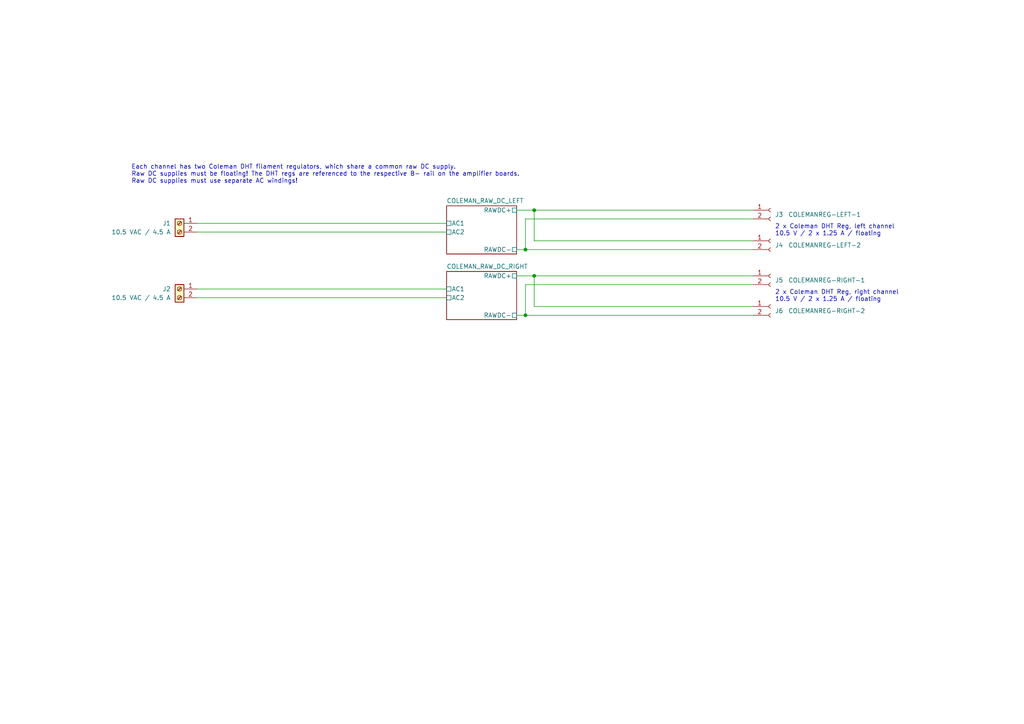
<source format=kicad_sch>
(kicad_sch (version 20231120) (generator "eeschema") (generator_version "8.0")
  (paper "A4")
  (lib_symbols
    (symbol "Connector:Conn_01x02_Socket" (pin_names (offset 1.016) hide)
      (property "Reference" "J" (at 0 2.54 0))
      (property "Value" "Conn_01x02_Socket" (at 0 -5.08 0))
      (symbol "Conn_01x02_Socket_1_1"
        (arc (start 0 -2.032) (mid -0.5058 -2.54) (end 0 -3.048) (stroke (width 0.1524)))
        (polyline (pts (xy -1.27 -2.54) (xy -0.508 -2.54)) (stroke (width 0.1524)))
        (polyline (pts (xy -1.27 0) (xy -0.508 0)) (stroke (width 0.1524)))
        (arc (start 0 0.508) (mid -0.5058 0) (end 0 -0.508) (stroke (width 0.1524)))
        (pin passive line (at -5.08 0 0) (length 3.81) (name "Pin_1") (number "1"))
        (pin passive line (at -5.08 -2.54 0) (length 3.81) (name "Pin_2") (number "2"))
      )
    )
    (symbol "Connector:Screw_Terminal_01x02" (pin_names (offset 1.016) hide)
      (property "Reference" "J" (at 0 2.54 0))
      (property "Value" "Screw_Terminal_01x02" (at 0 -5.08 0))
      (symbol "Screw_Terminal_01x02_1_1"
        (rectangle (start -1.27 1.27) (end 1.27 -3.81) (stroke (width 0.254)) (fill (type background)))
        (circle (center 0 -2.54) (radius 0.635) (stroke (width 0.1524)))
        (polyline (pts (xy -0.5334 -2.2098) (xy 0.3302 -3.048)) (stroke (width 0.1524)))
        (polyline (pts (xy -0.5334 0.3302) (xy 0.3302 -0.508)) (stroke (width 0.1524)))
        (polyline (pts (xy -0.3556 -2.032) (xy 0.508 -2.8702)) (stroke (width 0.1524)))
        (polyline (pts (xy -0.3556 0.508) (xy 0.508 -0.3302)) (stroke (width 0.1524)))
        (circle (center 0 0) (radius 0.635) (stroke (width 0.1524)))
        (pin passive line (at -5.08 0 0) (length 3.81) (name "Pin_1") (number "1"))
        (pin passive line (at -5.08 -2.54 0) (length 3.81) (name "Pin_2") (number "2"))
      )
    )
  )
  (junction (at 154.94 60.96))
  (junction (at 152.4 91.44))
  (junction (at 152.4 72.39))
  (junction (at 154.94 80.01))
  (wire (pts (xy 154.94 60.96) (xy 154.94 69.85)))
  (wire (pts (xy 57.15 64.77) (xy 129.54 64.77)))
  (wire (pts (xy 218.44 69.85) (xy 154.94 69.85)))
  (wire (pts (xy 152.4 72.39) (xy 218.44 72.39)))
  (wire (pts (xy 57.15 67.31) (xy 129.54 67.31)))
  (wire (pts (xy 152.4 63.5) (xy 152.4 72.39)))
  (wire (pts (xy 154.94 80.01) (xy 154.94 88.9)))
  (wire (pts (xy 149.86 60.96) (xy 154.94 60.96)))
  (wire (pts (xy 218.44 88.9) (xy 154.94 88.9)))
  (wire (pts (xy 149.86 72.39) (xy 152.4 72.39)))
  (wire (pts (xy 218.44 82.55) (xy 152.4 82.55)))
  (wire (pts (xy 218.44 63.5) (xy 152.4 63.5)))
  (wire (pts (xy 57.15 86.36) (xy 129.54 86.36)))
  (wire (pts (xy 149.86 80.01) (xy 154.94 80.01)))
  (wire (pts (xy 149.86 91.44) (xy 152.4 91.44)))
  (wire (pts (xy 152.4 82.55) (xy 152.4 91.44)))
  (wire (pts (xy 154.94 60.96) (xy 218.44 60.96)))
  (wire (pts (xy 57.15 83.82) (xy 129.54 83.82)))
  (wire (pts (xy 154.94 80.01) (xy 218.44 80.01)))
  (wire (pts (xy 152.4 91.44) (xy 218.44 91.44)))
  (text "2 x Coleman DHT Reg, left channel\n10.5 V / 2 x 1.25 A / floating" (at 224.79 68.58 0) (effects (font (size 1.27 1.27)) (justify left bottom)))
  (text "Each channel has two Coleman DHT filament regulators, which share a common raw DC supply.\nRaw DC supplies must be floating! The DHT regs are referenced to the respective B- rail on the amplifier boards.\nRaw DC supplies must use separate AC windings!" (at 38.1 53.34 0) (effects (font (size 1.27 1.27)) (justify left bottom)))
  (text "2 x Coleman DHT Reg, right channel\n10.5 V / 2 x 1.25 A / floating" (at 224.79 87.63 0) (effects (font (size 1.27 1.27)) (justify left bottom)))
  (symbol (lib_id "Connector:Conn_01x02_Socket") (at 223.52 88.9 0) (unit 1)
    (property "Reference" "J6" (at 224.79 90.17 0) (effects (justify left)))
    (property "Value" "COLEMANREG-RIGHT-2" (at 228.6 90.17 0) (effects (justify left)))
    (property "Footprint" "Connector_Molex:Molex_KK-396_A-41791-0002_1x02_P3.96mm_Vertical" (effects (hide yes)))
    (property "Datasheet" "https://www.molex.com/en-us/products/part-detail/417910849?display=pdf" (effects (hide yes)))
    (property "MPN" "41791-0849" (effects (hide yes)))
  )
  (symbol (lib_id "Connector:Screw_Terminal_01x02") (at 52.07 83.82 0) (mirror y) (unit 1)
    (property "Reference" "J2" (at 49.53 83.82 0) (effects (justify left)))
    (property "Value" "10.5 VAC / 4.5 A" (at 49.53 86.36 0) (effects (justify left)))
    (property "Footprint" "TerminalBlock_Phoenix:TerminalBlock_Phoenix_MKDS-1,5-2-5.08_1x02_P5.08mm_Horizontal" (effects (hide yes)))
    (property "Datasheet" "https://www.phoenixcontact.com/us/products/1729128/pdf" (effects (hide yes)))
    (property "MPN" "1729128" (effects (hide yes)))
  )
  (symbol (lib_id "Connector:Conn_01x02_Socket") (at 223.52 80.01 0) (unit 1)
    (property "Reference" "J5" (at 224.79 81.28 0) (effects (justify left)))
    (property "Value" "COLEMANREG-RIGHT-1" (at 228.6 81.28 0) (effects (justify left)))
    (property "Footprint" "Connector_Molex:Molex_KK-396_A-41791-0002_1x02_P3.96mm_Vertical" (effects (hide yes)))
    (property "Datasheet" "https://www.molex.com/en-us/products/part-detail/417910849?display=pdf" (effects (hide yes)))
    (property "MPN" "41791-0849" (effects (hide yes)))
  )
  (symbol (lib_id "Connector:Conn_01x02_Socket") (at 223.52 60.96 0) (unit 1)
    (property "Reference" "J3" (at 224.79 62.23 0) (effects (justify left)))
    (property "Value" "COLEMANREG-LEFT-1" (at 228.6 62.23 0) (effects (justify left)))
    (property "Footprint" "Connector_Molex:Molex_KK-396_A-41791-0002_1x02_P3.96mm_Vertical" (effects (hide yes)))
    (property "Datasheet" "https://www.molex.com/en-us/products/part-detail/417910849?display=pdf" (effects (hide yes)))
    (property "MPN" "41791-0849" (effects (hide yes)))
  )
  (symbol (lib_id "Connector:Screw_Terminal_01x02") (at 52.07 64.77 0) (mirror y) (unit 1)
    (property "Reference" "J1" (at 49.53 64.77 0) (effects (justify left)))
    (property "Value" "10.5 VAC / 4.5 A" (at 49.53 67.31 0) (effects (justify left)))
    (property "Footprint" "TerminalBlock_Phoenix:TerminalBlock_Phoenix_MKDS-1,5-2-5.08_1x02_P5.08mm_Horizontal" (effects (hide yes)))
    (property "Datasheet" "https://www.phoenixcontact.com/us/products/1729128/pdf" (effects (hide yes)))
    (property "MPN" "1729128" (effects (hide yes)))
  )
  (symbol (lib_id "Connector:Conn_01x02_Socket") (at 223.52 69.85 0) (unit 1)
    (property "Reference" "J4" (at 224.79 71.12 0) (effects (justify left)))
    (property "Value" "COLEMANREG-LEFT-2" (at 228.6 71.12 0) (effects (justify left)))
    (property "Footprint" "Connector_Molex:Molex_KK-396_A-41791-0002_1x02_P3.96mm_Vertical" (effects (hide yes)))
    (property "Datasheet" "https://www.molex.com/en-us/products/part-detail/417910849?display=pdf" (effects (hide yes)))
    (property "MPN" "41791-0849" (effects (hide yes)))
  )
  (sheet (at 129.54 59.69) (size 20.32 13.97) (stroke (width 0.1524))
    (property "Sheetname" "COLEMAN_RAW_DC_LEFT" (at 129.54 58.9784 0) (effects (justify left bottom)))
    (property "Sheetfile" "COLEMAN_RAW_DC.kicad_sch" (effects (hide yes)))
    (pin "AC2" passive (at 129.54 67.31 180))
    (pin "AC1" passive (at 129.54 64.77 180))
    (pin "RAWDC+" passive (at 149.86 60.96 0))
    (pin "RAWDC-" passive (at 149.86 72.39 0))
  )
  (sheet (at 129.54 78.74) (size 20.32 13.97) (stroke (width 0.1524))
    (property "Sheetname" "COLEMAN_RAW_DC_RIGHT" (at 129.54 78.0284 0) (effects (justify left bottom)))
    (property "Sheetfile" "COLEMAN_RAW_DC.kicad_sch" (effects (hide yes)))
    (pin "AC2" passive (at 129.54 86.36 180))
    (pin "AC1" passive (at 129.54 83.82 180))
    (pin "RAWDC+" passive (at 149.86 80.01 0))
    (pin "RAWDC-" passive (at 149.86 91.44 0))
  )
)
</source>
